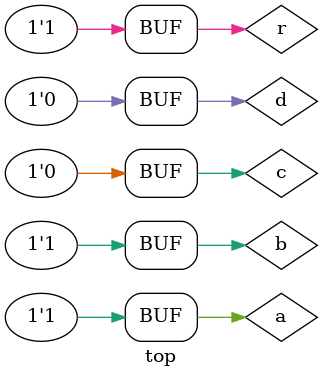
<source format=v>
module top;

reg        a,b,c,d,r;
wire [4:0] out;

tutorial duv(
	.a(a) ,
	.b(b) ,
	.c(c) ,
	.d(d) ,
	.r(r) ,
	.out(out)
);

initial begin
  a = 0;
  b = 0;
  c = 1;
  d = 1;
  r = 1;
  #100
  a = 1;
  b = 0;
  c = 0;
  d = 0;
  r = 1;
  #100
  a = 1;
  b = 1;
  c = 0;
  d = 0;
  r = 1;
  #100 ;
end

endmodule

</source>
